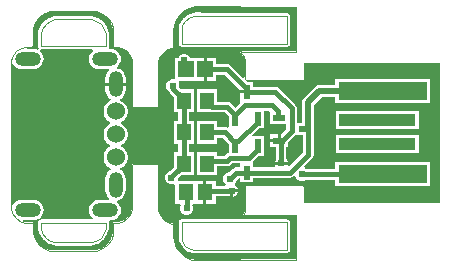
<source format=gtl>
%FSTAX23Y23*%
%MOIN*%
%SFA1B1*%

%IPPOS*%
%ADD15C,0.002700*%
%ADD16R,0.040850X0.020950*%
%ADD17R,0.023620X0.045280*%
%ADD18R,0.047240X0.057090*%
%ADD19R,0.053150X0.057090*%
%ADD20R,0.051180X0.057090*%
%ADD31R,0.296000X0.060000*%
%ADD32R,0.256000X0.040000*%
%ADD33C,0.015000*%
%ADD34C,0.020000*%
%ADD35O,0.086610X0.047240*%
%ADD36O,0.047240X0.086610*%
%ADD37C,0.060000*%
%ADD38C,0.024410*%
%LNusb-1*%
%LPD*%
G36*
X01814Y01933D02*
X01832Y01933D01*
X01852Y01933*
X01876Y01933*
X01902Y01932*
X0193Y01932*
X01959Y01932*
X01987Y01932*
X02015Y01932*
X02042Y01931*
X02066Y01931*
X02088Y01931*
X02106Y01931*
X0212Y01931*
X02129Y01931*
X02129Y01788*
X02126Y01784*
X01948*
X01947*
X01946Y01784*
X01945Y01783*
X01945*
X01944Y01782*
X01944Y0178*
Y0178*
X01945Y01779*
X01945Y01779*
X01948Y01776*
X01951Y01772*
X01955Y01763*
X01958Y01754*
X01959Y01746*
Y01698*
X01954Y01696*
X01912Y01737*
X01906Y01741*
X019Y01742*
X01864*
Y01763*
X01832*
Y01725*
Y01686*
X01864*
Y01707*
X01892*
X01943Y01656*
Y01654*
X01965*
Y01644*
X01943*
Y01616*
X01944Y01613*
X01927Y01596*
X01912Y01611*
X01907Y01615*
X019Y01616*
X01867*
Y01658*
X018*
Y01581*
X01848*
X0185Y01581*
X01892*
X01905Y01568*
Y01533*
X019Y0153*
X01899Y01531*
X01892Y01532*
X01867*
Y01553*
X018*
Y01476*
X01867*
Y01497*
X01885*
X01905Y01476*
Y01446*
X01902Y01445*
X01896Y01441*
X01892Y01437*
X01867*
Y01448*
X018*
Y01371*
X01867*
Y01402*
X019*
X01906Y01403*
X01912Y01407*
X01916Y01411*
X01943*
Y01398*
X0193*
X01923Y01397*
X01918Y01393*
X01906Y01382*
X01905*
X01897Y01378*
X01891Y01372*
X01887Y01364*
Y01355*
X01891Y01347*
X01895Y01342*
X01893Y01337*
X01862*
Y01353*
X01831*
Y01315*
Y01276*
X01862*
Y01302*
X01901*
X01902Y01301*
X0191Y01298*
Y0132*
X01915*
Y01325*
X01936*
X01933Y01332*
X01927Y01338*
X01927Y01338*
X01926Y01344*
X01928Y01347*
X01932Y01355*
Y01356*
X01938Y01362*
X01943*
Y01348*
X01986*
Y01362*
X0211*
X02117Y01364*
X02123Y01368*
X02123Y01368*
X02129Y01366*
X02131Y01362*
X02137Y01356*
X02145Y01352*
X02154*
X02162Y01356*
X02163Y01357*
X02261*
Y01337*
X02577*
Y01417*
X02261*
Y01392*
X02163*
X02162Y01393*
X02158Y01395*
X02156Y01401*
X02183Y01427*
X02186Y01433*
X02188Y0144*
Y01504*
X0219*
Y01523*
X0219Y01525*
Y01606*
X02216Y01632*
X02261*
Y01612*
X02577*
Y01692*
X02261*
Y01673*
X02207*
X02199Y01671*
X02193Y01667*
X02156Y01629*
X02151Y01623*
X0215Y01615*
Y01545*
X02132*
Y01595*
X02131Y01601*
X02127Y01607*
X02073Y01661*
X02067Y01665*
X0206Y01667*
X01986*
Y01681*
X01969*
X01967Y01684*
X0197Y01689*
X02154*
X02154*
X02154Y01689*
X02154Y01689*
X02155Y01689*
X02155Y01689*
X02158Y01692*
X02158Y01692*
X02158Y01693*
X02158Y01694*
X02158Y01694*
X02158Y01694*
Y01746*
X02606*
Y01283*
X02158*
Y01335*
X02158Y01335*
X02158Y01335*
X02158Y01336*
X02158Y01336*
X02158Y01336*
X02155Y01339*
X02155Y01339*
X02155Y01339*
X02155Y01339*
X02154Y01339*
X02154Y01339*
X01963*
X01962*
X01961Y01339*
Y01339*
X0196Y01339*
X01959Y01338*
X01959Y01337*
X01959Y01336*
Y01335*
Y01261*
X01958Y01253*
X01955Y01244*
X01954Y01242*
X01954Y01242*
X01954Y0124*
X01955Y01239*
X01956Y01239*
X01957Y01239*
X01957*
X02129*
Y01092*
X0212Y01092*
X02106Y01092*
X02088Y01091*
X02066Y01091*
X02042Y01091*
X02015Y01091*
X01987Y01091*
X01959Y01091*
X0193Y0109*
X01902Y0109*
X01876Y0109*
X01852Y0109*
X01832Y0109*
X01814Y0109*
X01805Y0109*
X01797*
X01784Y01092*
X01767Y01097*
X01754Y01105*
X01743Y01115*
X01734Y01127*
X01728Y01141*
X01724Y01155*
X01722Y01166*
Y01207*
Y01209*
X01722Y01209*
X01722Y0121*
X01721Y01211*
Y01211*
X0172Y01211*
X0172Y01211*
X01715Y01212*
X01701Y01217*
X01686Y01228*
X01675Y01244*
X01672Y01259*
Y01406*
Y01407*
X01672Y01407*
X01671Y01408*
X01671Y01408*
X01671Y01408*
X01671Y01408*
X0167Y0141*
X0167Y0141*
X01669Y0141*
X01669Y0141*
X01669Y0141*
X01669Y0141*
X01667*
X01589*
X01585*
X01585Y0141*
X01584Y0141*
X01584Y0141*
X01584*
X01584Y0141*
X01584Y0141*
X01584Y0141*
X01582Y01408*
X01582Y01408*
X01582Y01408*
X01582Y01408*
X01582Y01408*
X01582Y01407*
X01582Y01407*
Y01405*
Y01262*
X01578Y01246*
X01566Y01229*
X0155Y01218*
X01534Y01214*
X01523*
X01522*
X01521Y01214*
X01521Y01213*
X0152Y01213*
Y01213*
X01519Y01212*
X01519Y01211*
X01519*
Y0121*
Y01178*
X01514Y0116*
X01501Y01139*
X0148Y01126*
X01461Y01121*
X01312*
X01293Y01126*
X01273Y01139*
X01259Y0116*
X01254Y01178*
Y0121*
Y01211*
X01254Y01212*
X01253Y01213*
X01253Y01213*
X01252Y01214*
X01251Y01214*
X01251*
X0125*
X01229*
X01218Y01217*
X01219Y01222*
X01254*
X01263Y01223*
X01271Y01226*
X01273Y01222*
X01272Y01221*
X01269Y01217*
X01269Y01213*
Y01196*
X01269Y01194*
X01269Y01193*
X01273Y01178*
X01274Y01176*
X01275Y01175*
X01286Y01158*
X01287Y01156*
X01289Y01155*
X01306Y01143*
X01307Y01143*
X01309Y01142*
X01324Y01138*
X01326Y01138*
X01327Y01137*
X01447*
X01449Y01138*
X0145Y01138*
X01466Y01142*
X01467Y01143*
X01469Y01143*
X01486Y01155*
X01487Y01156*
X01488Y01158*
X015Y01175*
X015Y01176*
X01501Y01178*
X01505Y01193*
X01506Y01194*
X01506Y01196*
Y01213*
X01505Y01217*
X01506Y01219*
X01508Y01222*
X01512*
X01521Y01223*
X01529Y01226*
X01536Y01232*
X01541Y01239*
X01545Y01247*
X01546Y01256*
X01545Y01264*
X01541Y01273*
X01536Y0128*
X01533Y01282*
X01534Y01287*
X01537Y01288*
X01545Y01291*
X01552Y01297*
X01557Y01304*
X01561Y01312*
X01562Y01321*
Y0136*
X01561Y01369*
X01557Y01377*
X01552Y01384*
X01545Y01389*
X01544Y0139*
X01544Y01395*
X01552Y014*
X0156Y01407*
X01565Y01416*
X01568Y01426*
Y01437*
X01565Y01447*
X0156Y01456*
X01552Y01464*
X01547Y01467*
Y01472*
X01552Y01476*
X0156Y01483*
X01565Y01492*
X01568Y01502*
Y01513*
X01565Y01523*
X0156Y01532*
X01552Y0154*
X01547Y01543*
Y01548*
X01552Y01552*
X0156Y01559*
X01565Y01568*
X01568Y01578*
Y01589*
X01565Y01599*
X0156Y01608*
X01552Y01616*
X01544Y0162*
X01544Y01625*
X01545Y01626*
X01552Y01631*
X01557Y01638*
X01561Y01646*
X01562Y01655*
Y0167*
X01528*
X01494*
Y01655*
X01495Y01646*
X01498Y01638*
X01504Y01631*
X01511Y01626*
X01512Y01625*
X01511Y0162*
X01503Y01616*
X01496Y01608*
X01491Y01599*
X01488Y01589*
Y01578*
X01491Y01568*
X01496Y01559*
X01503Y01552*
X01509Y01548*
Y01543*
X01503Y0154*
X01496Y01532*
X01491Y01523*
X01488Y01513*
Y01502*
X01491Y01492*
X01496Y01483*
X01503Y01476*
X01509Y01472*
Y01467*
X01503Y01464*
X01496Y01456*
X01491Y01447*
X01488Y01437*
Y01426*
X01491Y01416*
X01496Y01407*
X01503Y014*
X01511Y01395*
X01512Y0139*
X01511Y01389*
X01504Y01384*
X01498Y01377*
X01495Y01369*
X01494Y0136*
Y01321*
X01495Y01312*
X01498Y01304*
X01504Y01297*
X01507Y01294*
X01505Y01289*
X01473*
X01464Y01288*
X01456Y01285*
X01449Y0128*
X01443Y01273*
X0144Y01264*
X01439Y01256*
X0144Y01247*
X01443Y01239*
X01449Y01232*
X01453Y01229*
X01451Y01224*
X01279*
X01275Y01223*
X01272Y01227*
X01278Y01232*
X01284Y01239*
X01287Y01247*
X01288Y01256*
X01287Y01264*
X01284Y01273*
X01278Y0128*
X01271Y01285*
X01263Y01288*
X01254Y01289*
X01215*
X01206Y01288*
X01198Y01285*
X01191Y0128*
X01186Y01273*
X01184Y01273*
X01181Y01275*
Y01741*
X01184Y01742*
X01186Y01742*
X01191Y01736*
X01198Y0173*
X01206Y01727*
X01215Y01726*
X01254*
X01263Y01727*
X01271Y0173*
X01278Y01736*
X01284Y01743*
X01287Y01751*
X01288Y0176*
X01287Y01768*
X01284Y01776*
X01278Y01783*
X01275Y01786*
X01275Y01787*
X01279Y01791*
X0145*
X01452Y01786*
X01449Y01783*
X01443Y01776*
X0144Y01768*
X01439Y0176*
X0144Y01751*
X01443Y01743*
X01449Y01736*
X01456Y0173*
X01464Y01727*
X01473Y01726*
X01505*
X01507Y01721*
X01504Y01719*
X01498Y01712*
X01495Y01703*
X01494Y01695*
Y0168*
X01528*
X01562*
Y01695*
X01561Y01703*
X01557Y01712*
X01552Y01719*
X01545Y01724*
X01537Y01727*
X01534Y01728*
X01533Y01733*
X01536Y01736*
X01541Y01743*
X01545Y01751*
X01546Y0176*
X01545Y01768*
X01541Y01776*
X01536Y01783*
X01529Y01789*
X01521Y01792*
X01512Y01793*
X01508*
X01507Y01795*
X01505Y01798*
X01506Y01801*
Y01843*
X01506Y01845*
X01505Y01846*
X01501Y01862*
X015Y01863*
X015Y01865*
X01488Y01882*
X01487Y01883*
X01486Y01884*
X01469Y01896*
X01467Y01896*
X01466Y01897*
X0145Y01901*
X01449Y01901*
X01447Y01902*
X01327*
X01326Y01901*
X01324Y01901*
X01309Y01897*
X01307Y01896*
X01306Y01896*
X01289Y01884*
X01287Y01883*
X01286Y01882*
X01275Y01865*
X01274Y01863*
X01273Y01862*
X01269Y01846*
X01269Y01845*
X01269Y01843*
Y01801*
X01269Y01797*
X01272Y01794*
X01269Y0179*
X01263Y01792*
X01254Y01793*
X01232*
X0123Y01798*
X01231Y01799*
X01251*
X01252Y01799*
X01253Y018*
X01253Y018*
X01254Y01801*
X01254Y01802*
Y01859*
X01259Y01878*
X01273Y01898*
X01293Y01912*
X01312Y01917*
X01461*
X0148Y01912*
X01501Y01898*
X01514Y01878*
X01519Y01859*
Y01802*
X01519Y01801*
X0152Y018*
X0152Y018*
X01521Y01799*
X01522Y01799*
X01534*
X0155Y01795*
X01566Y01784*
X01578Y01767*
X01582Y01751*
Y01599*
X01582Y01599*
X01582Y01599*
X01582Y01599*
X01582Y01598*
X01582Y01598*
X01584Y01597*
X01584Y01597*
X01584Y01597*
X01584Y01597*
X01585Y01596*
X01585*
X01669*
X01669*
X01669Y01597*
X01669Y01597*
X0167Y01597*
X0167Y01597*
X01671Y01598*
X01671Y01598*
X01671Y01599*
X01672Y01599*
X01672Y01599*
Y01599*
Y01748*
X01675Y01763*
X01686Y01779*
X01701Y01791*
X01715Y01796*
X0172Y01796*
X0172Y01796*
X01721Y01797*
X01722Y01798*
X01722Y01798*
X01722Y01799*
Y01857*
X01724Y01868*
X01728Y01882*
X01734Y01895*
X01743Y01907*
X01754Y01918*
X01767Y01926*
X01784Y01931*
X01797Y01933*
X01805*
X01814Y01933*
G37*
G36*
X02042Y01582D02*
Y01582D01*
Y01541*
X02097*
Y01526*
X02078Y01508*
X02078*
Y01487*
X02073*
Y01482*
X02042*
Y01467*
X02062*
Y01422*
X02059Y01416*
X02103*
X021Y01424*
X02097Y01427*
Y01467*
X02103*
Y01482*
X02124Y01503*
X02129Y01504*
X02152*
Y01447*
X02107Y01402*
X02103Y01405*
X02103Y01406*
X02059*
X0206Y01403*
X02057Y01398*
X01986*
Y01413*
X01987Y01418*
X02005Y01436*
X02024*
Y01501*
X01986*
X01984Y01506*
X02005Y01528*
X02024*
Y01587*
X02041*
X02042Y01582*
G37*
%LNusb-2*%
%LPC*%
G36*
X018Y01914D02*
X01792D01*
X01791Y01913*
X01789Y01913*
X01773Y01909*
X01772Y01908*
X0177Y01907*
X01755Y01896*
X01754Y01896*
X01754Y01896*
X01753Y01894*
X01752Y01893*
X01752Y01893*
X01752Y01893*
X01742Y01877*
X01742Y01875*
X01741Y01874*
X01738Y01861*
X01738Y01859*
X01738Y01858*
Y0181*
X01739Y01806*
X01741Y01803*
X01744Y01801*
X01748Y018*
X02099*
X02103Y01801*
X02106Y01803*
X02108Y01806*
X02109Y0181*
Y01902*
X02108Y01904*
X02108Y01906*
X02108Y01906*
X02108Y01906*
X02107Y01908*
X02106Y01909*
X02106Y01909*
X02106Y01909*
X02104Y0191*
X02103Y01911*
X02103*
X02103Y01911*
X02101Y01912*
X02099Y01912*
X02096Y01912*
X02087Y01912*
X02074Y01912*
X02074*
X02056Y01912*
X02035Y01913*
X02012Y01913*
Y01913*
Y01913*
X01987Y01913*
X0196Y01913*
X01933Y01913*
X01907Y01913*
X01882Y01913*
X01858Y01913*
X01837Y01913*
X0182Y01913*
X0182*
X01806Y01914*
X018Y01914*
X018*
X018*
G37*
G36*
X02538Y01584D02*
X02262D01*
Y01524*
X02538*
Y01584*
G37*
G36*
Y01505D02*
X02262D01*
Y01445*
X02538*
Y01505*
G37*
G36*
X01936Y01315D02*
X0192D01*
Y01298*
X01927Y01301*
X01933Y01307*
X01936Y01315*
G37*
G36*
X01761Y01776D02*
X01753D01*
X01744Y01773*
X01738Y01767*
X01737Y01763*
X01725*
Y01692*
X01724Y01691*
X01715*
X01707Y01687*
X017Y01681*
X01697Y01673*
Y01664*
X017Y01656*
X01705Y01652*
X01708Y01646*
X01722Y01633*
Y01581*
X01737*
Y01553*
X01722*
Y01476*
X01737*
Y01448*
X01722*
Y01396*
X01711Y01385*
X0171*
X01702Y01382*
X01695Y01376*
X01692Y01368*
Y01359*
X01695Y01351*
X01702Y01344*
X0171Y01341*
X01719*
X01722Y01343*
X01727Y01339*
Y01276*
X01741*
X01745Y01271*
X01742Y01266*
Y01257*
X01746Y01249*
X01752Y01242*
X0176Y01239*
X01769*
X01777Y01242*
X01783Y01249*
X01787Y01257*
Y01266*
X01784Y01271*
X01788Y01276*
X01821*
Y01315*
Y01353*
X01739*
X01736Y01357*
X01736Y01359*
Y01361*
X01747Y01371*
X01789*
Y01448*
X01773*
Y01476*
X01789*
Y01553*
X01773*
Y01581*
X01789*
Y01658*
X01747*
X01741Y01664*
X01741Y01664*
Y01673*
X01738Y01681*
X01738Y01681*
X0174Y01686*
X01822*
Y01725*
Y01763*
X01777*
X01776Y01767*
X0177Y01773*
X01761Y01776*
G37*
G36*
X02099Y01224D02*
X01748D01*
X01744Y01223*
X01741Y01221*
X01739Y01218*
X01738Y01214*
Y01166*
X01738Y01165*
X01738Y01164*
X01741Y0115*
X01742Y01149*
X01742Y01148*
X01752Y01132*
X01752Y01132*
X01752Y01132*
X01753Y0113*
X01754Y01129*
X01754Y01129*
X01755Y01129*
X0177Y01117*
X01772Y01116*
X01773Y01116*
X01789Y01111*
X01791Y01111*
X01792Y01111*
X018*
X018*
X01806Y01111*
X01806*
X01806*
X0182Y01111*
X0182*
X01837Y01111*
X01858Y01111*
X01882Y01111*
X01907Y01111*
X01933Y01111*
X01933*
X0196Y01111*
X01987Y01112*
X02012Y01112*
X02035Y01112*
X02056Y01112*
X02056*
X02074Y01112*
X02074*
X02087Y01112*
X02096Y01112*
X02096Y01112*
X02096Y01112*
X02099Y01112*
X02101Y01112*
X02103Y01113*
X02103Y01113*
X02103Y01113*
X02104Y01114*
X02106Y01115*
X02106Y01115*
X02106Y01115*
X02107Y01117*
X02108Y01118*
X02108Y01118*
X02108Y01118*
X02108Y0112*
X02109Y01122*
Y01214*
X02108Y01218*
X02106Y01221*
X02103Y01223*
X02099Y01224*
G37*
G36*
X02068Y01508D02*
X02042D01*
Y01492*
X02068*
Y01508*
G37*
%LNusb-3*%
%LPD*%
G54D15*
X01252Y01211D02*
D01*
D01*
G75*
G03X01251Y01212I-00001J0D01*
G74*G01*
Y018D02*
D01*
D01*
G75*
G03X01252Y01802I0J00001D01*
G74*G01*
X01521D02*
D01*
D01*
G75*
G03X01522Y018I00001J0D01*
G74*G01*
X0172Y01798D02*
D01*
D01*
G75*
G03X01721Y01799I-0J00001D01*
G74*G01*
X01947Y01783D02*
D01*
D01*
G75*
G03X01946Y0178I0J-00001D01*
G74*G01*
X0196Y01692D02*
D01*
D01*
G75*
G03X01962Y0169I00001J0D01*
G74*G01*
X02157Y01693D02*
D01*
D01*
G75*
G03X02157Y01695I-00002J00001D01*
G74*G01*
Y01335D02*
D01*
D01*
G75*
G03X02157Y01335I-00002J0D01*
G74*G01*
X01962Y01338D02*
D01*
D01*
G75*
G03X0196Y01336I0J-00001D01*
G74*G01*
X01955Y01242D02*
D01*
D01*
G75*
G03X01957Y0124I00001J-0D01*
G74*G01*
X01721Y01209D02*
D01*
D01*
G75*
G03X0172Y0121I-00001J-0D01*
G74*G01*
X01522Y01212D02*
D01*
D01*
G75*
G03X01521Y01211I0J-00001D01*
G74*G01*
X01583Y01599D02*
X01585Y01598D01*
X01669D02*
X0167Y01599D01*
X01583Y01407D02*
X01585Y01409D01*
X01669D02*
X0167Y01407D01*
X02154Y0169D02*
X02157Y01693D01*
X01962Y0169D02*
X02154D01*
X02154Y01338D02*
X02157Y01335D01*
X02157Y01335D02*
Y01335D01*
X01962Y01338D02*
X02154D01*
X01776Y01125D02*
X01792Y01121D01*
X01761Y01137D02*
X01776Y01125D01*
X01751Y01153D02*
X01761Y01137D01*
X01748Y01166D02*
X01751Y01153D01*
X01748Y01166D02*
Y01214D01*
X02099*
Y01122D02*
Y01214D01*
X02096Y01122D02*
X02099Y01122D01*
X02087Y01122D02*
X02096Y01122D01*
X02074Y01122D02*
X02087Y01122D01*
X02056Y01122D02*
X02074Y01122D01*
X02035Y01122D02*
X02056Y01122D01*
X02012Y01122D02*
X02035Y01122D01*
X01987Y01122D02*
X02012Y01122D01*
X0196Y01122D02*
X01987Y01122D01*
X01933Y01122D02*
X0196Y01122D01*
X01907Y01121D02*
X01933Y01122D01*
X01882Y01121D02*
X01907Y01121D01*
X01858Y01121D02*
X01882Y01121D01*
X01837Y01121D02*
X01858Y01121D01*
X0182Y01121D02*
X01837Y01121D01*
X01806Y01121D02*
X0182Y01121D01*
X018Y01121D02*
X01806Y01121D01*
X01792Y01121D02*
X018D01*
X01295Y01163D02*
X01311Y01152D01*
X01327Y01148*
X01447*
X01463Y01152*
X0148Y01163*
X01491Y0118*
X01496Y01196*
Y01213*
X01279D02*
X01496D01*
X01279Y01196D02*
Y01213D01*
Y01196D02*
X01283Y0118D01*
X01295Y01163*
X01279Y01801D02*
X01496D01*
Y01843*
X01491Y01859D02*
X01496Y01843D01*
X0148Y01876D02*
X01491Y01859D01*
X01463Y01887D02*
X0148Y01876D01*
X01447Y01891D02*
X01463Y01887D01*
X01327Y01891D02*
X01447D01*
X01311Y01887D02*
X01327Y01891D01*
X01295Y01876D02*
X01311Y01887D01*
X01283Y01859D02*
X01295Y01876D01*
X01279Y01843D02*
X01283Y01859D01*
X01279Y01801D02*
Y01843D01*
X01748Y0181D02*
X02099D01*
Y01902*
X02096Y01902D02*
X02099Y01902D01*
X02087Y01902D02*
X02096Y01902D01*
X02074Y01902D02*
X02087Y01902D01*
X02056Y01902D02*
X02074Y01902D01*
X02035Y01902D02*
X02056Y01902D01*
X02012Y01902D02*
X02035Y01902D01*
X01987Y01903D02*
X02012Y01902D01*
X0196Y01903D02*
X01987Y01903D01*
X01933Y01903D02*
X0196Y01903D01*
X01907Y01903D02*
X01933Y01903D01*
X01882Y01903D02*
X01907Y01903D01*
X01858Y01903D02*
X01882Y01903D01*
X01837Y01903D02*
X01858Y01903D01*
X0182Y01903D02*
X01837Y01903D01*
X01806Y01903D02*
X0182Y01903D01*
X018Y01903D02*
X01806Y01903D01*
X01792Y01903D02*
X018D01*
X01776Y01899D02*
X01792Y01903D01*
X01761Y01887D02*
X01776Y01899D01*
X01751Y01872D02*
X01761Y01887D01*
X01748Y01858D02*
X01751Y01872D01*
X01748Y0181D02*
Y01858D01*
X01272Y01138D02*
X01292Y01124D01*
X01258Y01159D02*
X01272Y01138D01*
X01252Y01178D02*
X01258Y01159D01*
X01252Y01178D02*
Y01211D01*
X01229Y01212D02*
X01251D01*
X01213Y01217D02*
X01229Y01212D01*
X01195Y01228D02*
X01213Y01217D01*
X01184Y01246D02*
X01195Y01228D01*
X0118Y01261D02*
X01184Y01246D01*
X0118Y01261D02*
Y01752D01*
X01184Y01767*
X01195Y01785*
X01213Y01796*
X01229Y018*
X01251*
X01252Y01802D02*
Y01859D01*
X01258Y01878*
X01272Y01899*
X01292Y01913*
X01311Y01918*
X01462*
X01481Y01913*
X01501Y01899*
X01516Y01878*
X01521Y01859*
Y01802D02*
Y01859D01*
X01522Y018D02*
X01534D01*
X0155Y01796*
X01567Y01785*
X01579Y01767*
X01583Y01752*
Y01599D02*
Y01752D01*
X01585Y01598D02*
X01669D01*
X0167Y01599D02*
Y01749D01*
X01674Y01764*
X01685Y0178*
X017Y01792*
X01715Y01797*
X0172Y01798*
X01721Y01799D02*
Y01857D01*
X01722Y01868*
X01726Y01882*
X01733Y01896*
X01742Y01908*
X01753Y01919*
X01767Y01927*
X01783Y01932*
X01797Y01934*
X01805*
X01814Y01934*
X01832Y01934*
X01852Y01934*
X01876Y01934*
X01902Y01934*
X0193Y01934*
X01959Y01933*
X01987Y01933*
X02015Y01933*
X02042Y01933*
X02066Y01933*
X02088Y01932*
X02106Y01932*
X0212Y01932*
X02129Y01932*
X02131Y01932*
Y01783D02*
Y01932D01*
X01947Y01783D02*
X02131D01*
X01946Y0178D02*
X01947Y01779D01*
X01952Y01773*
X01956Y01764*
X01959Y01754*
X0196Y01746*
Y01692D02*
Y01746D01*
X02157Y01695D02*
Y01747D01*
X02607*
Y01282D02*
Y01747D01*
X02157Y01282D02*
X02607D01*
X02157D02*
Y01335D01*
X0196Y01261D02*
Y01336D01*
X01959Y01252D02*
X0196Y01261D01*
X01956Y01243D02*
X01959Y01252D01*
X01955Y01242D02*
X01956Y01243D01*
X01957Y0124D02*
X02131D01*
Y0109D02*
Y0124D01*
X02129Y0109D02*
X02131Y0109D01*
X0212Y0109D02*
X02129Y0109D01*
X02106Y0109D02*
X0212Y0109D01*
X02088Y0109D02*
X02106Y0109D01*
X02066Y0109D02*
X02088Y0109D01*
X02042Y0109D02*
X02066Y0109D01*
X02015Y0109D02*
X02042Y0109D01*
X01987Y01089D02*
X02015Y0109D01*
X01959Y01089D02*
X01987Y01089D01*
X0193Y01089D02*
X01959Y01089D01*
X01902Y01089D02*
X0193Y01089D01*
X01876Y01089D02*
X01902Y01089D01*
X01852Y01088D02*
X01876Y01089D01*
X01832Y01088D02*
X01852Y01088D01*
X01814Y01088D02*
X01832Y01088D01*
X01805Y01088D02*
X01814Y01088D01*
X01797Y01088D02*
X01805D01*
X01783Y0109D02*
X01797Y01088D01*
X01767Y01095D02*
X01783Y0109D01*
X01753Y01104D02*
X01767Y01095D01*
X01742Y01114D02*
X01753Y01104D01*
X01733Y01127D02*
X01742Y01114D01*
X01726Y0114D02*
X01733Y01127D01*
X01722Y01155D02*
X01726Y0114D01*
X01721Y01165D02*
X01722Y01155D01*
X01721Y01165D02*
Y01209D01*
X01715Y0121D02*
X0172Y0121D01*
X017Y01215D02*
X01715Y0121D01*
X01685Y01227D02*
X017Y01215D01*
X01674Y01244D02*
X01685Y01227D01*
X0167Y01259D02*
X01674Y01244D01*
X0167Y01259D02*
Y01407D01*
X01585Y01409D02*
X01669D01*
X01583Y01261D02*
Y01407D01*
X01579Y01246D02*
X01583Y01261D01*
X01567Y01228D02*
X01579Y01246D01*
X0155Y01217D02*
X01567Y01228D01*
X01534Y01212D02*
X0155Y01217D01*
X01522Y01212D02*
X01534D01*
X01521Y01178D02*
Y01211D01*
X01516Y01159D02*
X01521Y01178D01*
X01501Y01138D02*
X01516Y01159D01*
X01481Y01124D02*
X01501Y01138D01*
X01462Y01119D02*
X01481Y01124D01*
X01311Y01119D02*
X01462D01*
X01292Y01124D02*
X01311Y01119D01*
G54D16*
X0216Y01525D03*
X02073Y01487D03*
Y01562D03*
G54D17*
X01927Y0156D03*
X02002D03*
X01965Y01649D03*
X02002Y01469D03*
X01927D03*
X01965Y0138D03*
G54D18*
X01755Y0141D03*
X01834D03*
X01755Y01515D03*
X01834D03*
X01755Y0162D03*
X01834D03*
G54D19*
X01827Y01725D03*
X01762D03*
G54D20*
X01763Y01315D03*
X01826D03*
G54D31*
X02419Y01652D03*
Y01377D03*
G54D32*
X024Y01554D03*
Y01475D03*
G54D33*
X01755Y0162D02*
Y01624D01*
Y01515D02*
Y0162D01*
Y0141D02*
Y01515D01*
X01528Y01655D02*
Y01675D01*
X01719Y01668D02*
X01721Y01667D01*
Y01659D02*
X01755Y01624D01*
X01721Y01659D02*
Y01667D01*
X01757Y0173D02*
Y01754D01*
Y0173D02*
X01762Y01725D01*
X0215Y01375D02*
X02417D01*
X0191Y0136D02*
X0193Y0138D01*
X01965*
X01714Y01364D02*
X01755Y01405D01*
X01714Y01363D02*
Y01364D01*
X01755Y01405D02*
Y0141D01*
X01765Y01261D02*
Y01313D01*
X01763Y01315D02*
X01765Y01313D01*
X02079Y01413D02*
X02081Y01411D01*
X02079Y01413D02*
Y01484D01*
X02076Y01487D02*
X02079Y01484D01*
X02073Y01487D02*
X02076D01*
X01965Y0138D02*
X0211D01*
X0217Y0144*
X01834Y01615D02*
Y0162D01*
Y01615D02*
X0185Y01598D01*
X019*
X01927Y01571*
Y0156D02*
Y01571D01*
X01831Y0132D02*
X01915D01*
X01826Y01315D02*
X01831Y0132D01*
X019Y01725D02*
X01965Y0166D01*
X01827Y01725D02*
X019D01*
X01965Y01649D02*
Y0166D01*
X01834Y01515D02*
X01892D01*
X01927Y0148*
Y01469D02*
Y0148D01*
X02073Y01487D02*
X02083D01*
X02115Y01519*
Y01595*
X01965Y01649D02*
X0206D01*
X02115Y01595*
X01961Y01605D02*
X0205D01*
X0207Y01585*
X01927Y01571D02*
X01961Y01605D01*
X02072Y01562D02*
X02073D01*
X0207Y01565D02*
X02072Y01562D01*
X0207Y01565D02*
Y01585D01*
X0217Y0144D02*
Y01525D01*
X02417Y01375D02*
X02419Y01377D01*
X01844Y0142D02*
X019D01*
X01834Y0141D02*
X01844Y0142D01*
X01909Y01429D02*
X01973D01*
X019Y0142D02*
X01909Y01429D01*
X02002Y01458D02*
Y01469D01*
X01973Y01429D02*
X02002Y01458D01*
X01931Y01484D02*
X01936D01*
X01927Y0148D02*
X01931Y01484D01*
X02002Y01549D02*
Y0156D01*
X01936Y01484D02*
X02002Y01549D01*
G54D34*
X0217Y01525D02*
Y01615D01*
X02207Y01652*
X02419*
G54D35*
X01235Y01256D03*
Y0176D03*
X01492Y01256D03*
Y0176D03*
G54D36*
X01528Y0134D03*
Y01675D03*
G54D37*
X01528Y01432D03*
Y01508D03*
Y01584D03*
G54D38*
X01719Y01668D03*
X01757Y01754D03*
X0215Y01375D03*
X0191Y0136D03*
X01714Y01363D03*
X01765Y01261D03*
X02081Y01411D03*
X01915Y0132D03*
M02*
</source>
